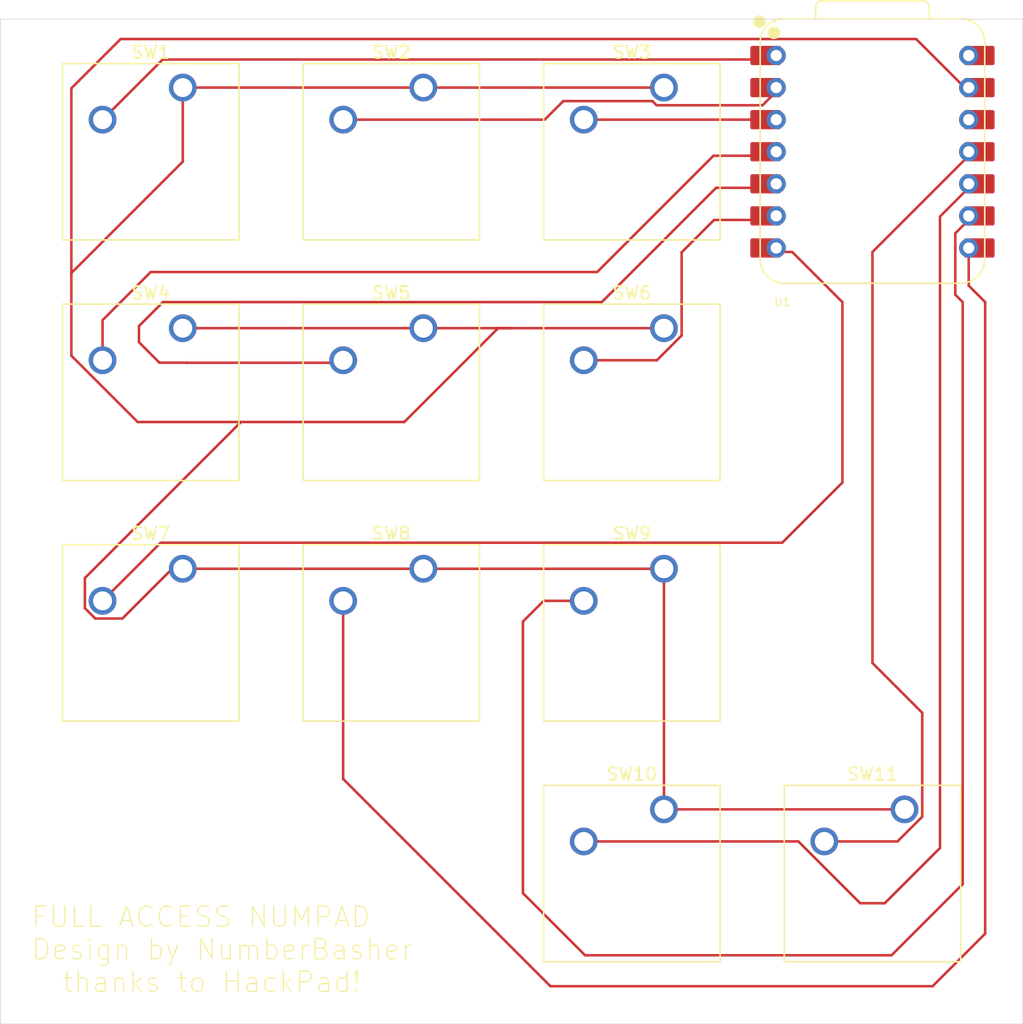
<source format=kicad_pcb>
(kicad_pcb (version 20241229) (generator "pcbnew") (generator_version "9.0")
  (layers (0 "F.Cu" signal) (2 "B.Cu" signal) (13 "F.Paste" user) (15 "B.Paste" user) (5 "F.SilkS" user "F.Silkscreen") (7 "B.SilkS" user "B.Silkscreen") (1 "F.Mask" user) (3 "B.Mask" user) (25 "Edge.Cuts" user))
  (net 0 "")
  (net 1 "Net-(U1-GPIO26{slash}ADC0{slash}A0)")
  (net 2 "GND")
  (net 3 "Net-(U1-GPIO27{slash}ADC1{slash}A1)")
  (net 4 "Net-(U1-GPIO28{slash}ADC2{slash}A2)")
  (net 5 "Net-(U1-GPIO29{slash}ADC3{slash}A3)")
  (net 6 "Net-(U1-GPIO6{slash}SDA)")
  (net 7 "Net-(U1-GPIO7{slash}SCL)")
  (net 8 "Net-(U1-GPIO0{slash}TX)")
  (net 9 "Net-(U1-GPIO1{slash}RX)")
  (net 10 "Net-(U1-GPIO2{slash}SCK)")
  (net 11 "Net-(U1-GPIO4{slash}MISO)")
  (net 12 "Net-(U1-GPIO3{slash}MOSI)")
  (net 13 "+3.3V")
  (net 14 "+5V")
  (footprint "Button_Switch_Keyboard:SW_Cherry_MX_1.00u_PCB" (layer "F.Cu") (at 188.2775 85.4075)
    (property "Reference" "SW11" (at -2.54 -2.794 0) (layer "F.SilkS"))
    (property "Value" "SW_Push")
    (fp_line (start -9.525 -1.905) (end 4.445 -1.905) (stroke (width 0.12)) (layer "F.SilkS"))
    (fp_line (start -9.525 12.065) (end -9.525 -1.905) (stroke (width 0.12)) (layer "F.SilkS"))
    (fp_line (start 4.445 -1.905) (end 4.445 12.065) (stroke (width 0.12)) (layer "F.SilkS"))
    (fp_line (start 4.445 12.065) (end -9.525 12.065) (stroke (width 0.12)) (layer "F.SilkS"))
    (pad "" np_thru_hole circle (at -7.62 5.08) (size 1.7 1.7) (drill 1.7) (layers "*.Cu" "*.Mask"))
    (pad "" np_thru_hole circle (at -2.54 5.08) (size 4 4) (drill 4) (layers "*.Cu" "*.Mask"))
    (pad "" np_thru_hole circle (at 2.54 5.08) (size 1.7 1.7) (drill 1.7) (layers "*.Cu" "*.Mask"))
    (pad "1" thru_hole circle (at 0 0) (size 2.2 2.2) (drill 1.5) (layers "*.Cu" "*.Mask") (net 2 "GND"))
    (pad "2" thru_hole circle (at -6.35 2.54) (size 2.2 2.2) (drill 1.5) (layers "*.Cu" "*.Mask") (net 12 "Net-(U1-GPIO3{slash}MOSI)"))
  )
  (footprint "OPL:XIAO-RP2040-DIP" (layer "F.Cu") (at 185.7375 33.3375)
    (property "Reference" "U1" (at -7.14375 11.90625 0) (layer "F.SilkS") (effects (font (size 0.635 0.635) (thickness 0.1016))))
    (property "Value" "XIAO-RP2040-DIP")
    (fp_line (start -8.89 8.509) (end -8.89 -8.636) (stroke (width 0.127)) (layer "F.SilkS"))
    (fp_line (start -6.985 10.414) (end 6.985 10.414) (stroke (width 0.127)) (layer "F.SilkS"))
    (fp_line (start -4.495 -10.541) (end -4.491272 -11.451272) (stroke (width 0.127)) (layer "F.SilkS"))
    (fp_line (start -3.991272 -11.951) (end 4.004 -11.951) (stroke (width 0.127)) (layer "F.SilkS"))
    (fp_line (start 4.504 -11.451) (end 4.504 -10.541) (stroke (width 0.127)) (layer "F.SilkS"))
    (fp_line (start 6.985 -10.541) (end -6.985 -10.541) (stroke (width 0.1)) (layer "F.SilkS"))
    (fp_line (start 6.985 -10.541) (end -6.985 -10.541) (stroke (width 0.127)) (layer "F.SilkS"))
    (fp_line (start 8.89 8.509) (end 8.89 -8.636) (stroke (width 0.127)) (layer "F.SilkS"))
    (fp_arc (start -8.89 -8.636) (mid -8.332038 -9.983038) (end -6.985 -10.541) (stroke (width 0.127)) (layer "F.SilkS"))
    (fp_arc (start -6.985 10.414) (mid -8.332038 9.856038) (end -8.89 8.509) (stroke (width 0.127)) (layer "F.SilkS"))
    (fp_arc (start -4.491272 -11.451272) (mid -4.344728 -11.80464) (end -3.991272 -11.951) (stroke (width 0.127)) (layer "F.SilkS"))
    (fp_arc (start 4.004 -11.951) (mid 4.357553 -11.804553) (end 4.504 -11.451) (stroke (width 0.127)) (layer "F.SilkS"))
    (fp_arc (start 6.985 -10.541) (mid 8.332038 -9.983038) (end 8.89 -8.636) (stroke (width 0.127)) (layer "F.SilkS"))
    (fp_arc (start 8.89 8.509) (mid 8.332038 9.856038) (end 6.985 10.414) (stroke (width 0.127)) (layer "F.SilkS"))
    (fp_circle (center -8.95 -10.3) (end -8.95 -10.554) (stroke (width 0.5)) (fill yes) (layer "F.SilkS"))
    (fp_circle (center -7.807 -9.42) (end -7.807 -9.674) (stroke (width 0.5)) (fill yes) (layer "F.SilkS"))
    (pad "1" smd roundrect (at -8.455 -7.62 180) (size 2.432 1.524) (layers "F.Cu" "F.Mask") (roundrect_rratio 0.1) (net 1 "Net-(U1-GPIO26{slash}ADC0{slash}A0)"))
    (pad "1" thru_hole circle (at -7.62 -7.62 180) (size 1.524 1.524) (drill 0.889) (layers "*.Cu" "*.Mask") (net 1 "Net-(U1-GPIO26{slash}ADC0{slash}A0)"))
    (pad "2" smd roundrect (at -8.455 -5.08 180) (size 2.432 1.524) (layers "F.Cu" "F.Mask") (roundrect_rratio 0.1) (net 3 "Net-(U1-GPIO27{slash}ADC1{slash}A1)"))
    (pad "2" thru_hole circle (at -7.62 -5.08 180) (size 1.524 1.524) (drill 0.889) (layers "*.Cu" "*.Mask") (net 3 "Net-(U1-GPIO27{slash}ADC1{slash}A1)"))
    (pad "3" smd roundrect (at -8.455 -2.54 180) (size 2.432 1.524) (layers "F.Cu" "F.Mask") (roundrect_rratio 0.1) (net 4 "Net-(U1-GPIO28{slash}ADC2{slash}A2)"))
    (pad "3" thru_hole circle (at -7.62 -2.54 180) (size 1.524 1.524) (drill 0.889) (layers "*.Cu" "*.Mask") (net 4 "Net-(U1-GPIO28{slash}ADC2{slash}A2)"))
    (pad "4" smd roundrect (at -8.455 0 180) (size 2.432 1.524) (layers "F.Cu" "F.Mask") (roundrect_rratio 0.1) (net 5 "Net-(U1-GPIO29{slash}ADC3{slash}A3)"))
    (pad "4" thru_hole circle (at -7.62 0 180) (size 1.524 1.524) (drill 0.889) (layers "*.Cu" "*.Mask") (net 5 "Net-(U1-GPIO29{slash}ADC3{slash}A3)"))
    (pad "5" smd roundrect (at -8.455 2.54 180) (size 2.432 1.524) (layers "F.Cu" "F.Mask") (roundrect_rratio 0.1) (net 6 "Net-(U1-GPIO6{slash}SDA)"))
    (pad "5" thru_hole circle (at -7.62 2.54 180) (size 1.524 1.524) (drill 0.889) (layers "*.Cu" "*.Mask") (net 6 "Net-(U1-GPIO6{slash}SDA)"))
    (pad "6" smd roundrect (at -8.455 5.08 180) (size 2.432 1.524) (layers "F.Cu" "F.Mask") (roundrect_rratio 0.1) (net 7 "Net-(U1-GPIO7{slash}SCL)"))
    (pad "6" thru_hole circle (at -7.62 5.08 180) (size 1.524 1.524) (drill 0.889) (layers "*.Cu" "*.Mask") (net 7 "Net-(U1-GPIO7{slash}SCL)"))
    (pad "7" smd roundrect (at -8.455 7.62 180) (size 2.432 1.524) (layers "F.Cu" "F.Mask") (roundrect_rratio 0.1) (net 8 "Net-(U1-GPIO0{slash}TX)"))
    (pad "7" thru_hole circle (at -7.62 7.62 180) (size 1.524 1.524) (drill 0.889) (layers "*.Cu" "*.Mask") (net 8 "Net-(U1-GPIO0{slash}TX)"))
    (pad "8" thru_hole circle (at 7.62 7.62) (size 1.524 1.524) (drill 0.889) (layers "*.Cu" "*.Mask") (net 9 "Net-(U1-GPIO1{slash}RX)"))
    (pad "8" smd roundrect (at 8.455 7.62) (size 2.432 1.524) (layers "F.Cu" "F.Mask") (roundrect_rratio 0.1) (net 9 "Net-(U1-GPIO1{slash}RX)"))
    (pad "9" thru_hole circle (at 7.62 5.08) (size 1.524 1.524) (drill 0.889) (layers "*.Cu" "*.Mask") (net 10 "Net-(U1-GPIO2{slash}SCK)"))
    (pad "9" smd roundrect (at 8.455 5.08) (size 2.432 1.524) (layers "F.Cu" "F.Mask") (roundrect_rratio 0.1) (net 10 "Net-(U1-GPIO2{slash}SCK)"))
    (pad "10" thru_hole circle (at 7.62 2.54) (size 1.524 1.524) (drill 0.889) (layers "*.Cu" "*.Mask") (net 11 "Net-(U1-GPIO4{slash}MISO)"))
    (pad "10" smd roundrect (at 8.455 2.54) (size 2.432 1.524) (layers "F.Cu" "F.Mask") (roundrect_rratio 0.1) (net 11 "Net-(U1-GPIO4{slash}MISO)"))
    (pad "11" thru_hole circle (at 7.62 0) (size 1.524 1.524) (drill 0.889) (layers "*.Cu" "*.Mask") (net 12 "Net-(U1-GPIO3{slash}MOSI)"))
    (pad "11" smd roundrect (at 8.455 0) (size 2.432 1.524) (layers "F.Cu" "F.Mask") (roundrect_rratio 0.1) (net 12 "Net-(U1-GPIO3{slash}MOSI)"))
    (pad "12" thru_hole circle (at 7.62 -2.54) (size 1.524 1.524) (drill 0.889) (layers "*.Cu" "*.Mask") (net 13 "+3.3V"))
    (pad "12" smd roundrect (at 8.455 -2.54) (size 2.432 1.524) (layers "F.Cu" "F.Mask") (roundrect_rratio 0.1) (net 13 "+3.3V"))
    (pad "13" thru_hole circle (at 7.62 -5.08) (size 1.524 1.524) (drill 0.889) (layers "*.Cu" "*.Mask") (net 2 "GND"))
    (pad "13" smd roundrect (at 8.455 -5.08) (size 2.432 1.524) (layers "F.Cu" "F.Mask") (roundrect_rratio 0.1) (net 2 "GND"))
    (pad "14" thru_hole circle (at 7.62 -7.62) (size 1.524 1.524) (drill 0.889) (layers "*.Cu" "*.Mask") (net 14 "+5V"))
    (pad "14" smd roundrect (at 8.455 -7.62) (size 2.432 1.524) (layers "F.Cu" "F.Mask") (roundrect_rratio 0.1) (net 14 "+5V"))
  )
  (footprint "Button_Switch_Keyboard:SW_Cherry_MX_1.00u_PCB" (layer "F.Cu") (at 169.2275 66.3575)
    (property "Reference" "SW9" (at -2.54 -2.794 0) (layer "F.SilkS"))
    (property "Value" "SW_Push")
    (fp_line (start -9.525 -1.905) (end 4.445 -1.905) (stroke (width 0.12)) (layer "F.SilkS"))
    (fp_line (start -9.525 12.065) (end -9.525 -1.905) (stroke (width 0.12)) (layer "F.SilkS"))
    (fp_line (start 4.445 -1.905) (end 4.445 12.065) (stroke (width 0.12)) (layer "F.SilkS"))
    (fp_line (start 4.445 12.065) (end -9.525 12.065) (stroke (width 0.12)) (layer "F.SilkS"))
    (pad "" np_thru_hole circle (at -7.62 5.08) (size 1.7 1.7) (drill 1.7) (layers "*.Cu" "*.Mask"))
    (pad "" np_thru_hole circle (at -2.54 5.08) (size 4 4) (drill 4) (layers "*.Cu" "*.Mask"))
    (pad "" np_thru_hole circle (at 2.54 5.08) (size 1.7 1.7) (drill 1.7) (layers "*.Cu" "*.Mask"))
    (pad "1" thru_hole circle (at 0 0) (size 2.2 2.2) (drill 1.5) (layers "*.Cu" "*.Mask") (net 2 "GND"))
    (pad "2" thru_hole circle (at -6.35 2.54) (size 2.2 2.2) (drill 1.5) (layers "*.Cu" "*.Mask") (net 10 "Net-(U1-GPIO2{slash}SCK)"))
  )
  (footprint "Button_Switch_Keyboard:SW_Cherry_MX_1.00u_PCB" (layer "F.Cu") (at 150.1775 47.3075)
    (property "Reference" "SW5" (at -2.54 -2.794 0) (layer "F.SilkS"))
    (property "Value" "SW_Push")
    (fp_line (start -9.525 -1.905) (end 4.445 -1.905) (stroke (width 0.12)) (layer "F.SilkS"))
    (fp_line (start -9.525 12.065) (end -9.525 -1.905) (stroke (width 0.12)) (layer "F.SilkS"))
    (fp_line (start 4.445 -1.905) (end 4.445 12.065) (stroke (width 0.12)) (layer "F.SilkS"))
    (fp_line (start 4.445 12.065) (end -9.525 12.065) (stroke (width 0.12)) (layer "F.SilkS"))
    (pad "" np_thru_hole circle (at -7.62 5.08) (size 1.7 1.7) (drill 1.7) (layers "*.Cu" "*.Mask"))
    (pad "" np_thru_hole circle (at -2.54 5.08) (size 4 4) (drill 4) (layers "*.Cu" "*.Mask"))
    (pad "" np_thru_hole circle (at 2.54 5.08) (size 1.7 1.7) (drill 1.7) (layers "*.Cu" "*.Mask"))
    (pad "1" thru_hole circle (at 0 0) (size 2.2 2.2) (drill 1.5) (layers "*.Cu" "*.Mask") (net 2 "GND"))
    (pad "2" thru_hole circle (at -6.35 2.54) (size 2.2 2.2) (drill 1.5) (layers "*.Cu" "*.Mask") (net 6 "Net-(U1-GPIO6{slash}SDA)"))
  )
  (footprint "Button_Switch_Keyboard:SW_Cherry_MX_1.00u_PCB" (layer "F.Cu") (at 131.1275 47.3075)
    (property "Reference" "SW4" (at -2.54 -2.794 0) (layer "F.SilkS"))
    (property "Value" "SW_Push")
    (fp_line (start -9.525 -1.905) (end 4.445 -1.905) (stroke (width 0.12)) (layer "F.SilkS"))
    (fp_line (start -9.525 12.065) (end -9.525 -1.905) (stroke (width 0.12)) (layer "F.SilkS"))
    (fp_line (start 4.445 -1.905) (end 4.445 12.065) (stroke (width 0.12)) (layer "F.SilkS"))
    (fp_line (start 4.445 12.065) (end -9.525 12.065) (stroke (width 0.12)) (layer "F.SilkS"))
    (pad "" np_thru_hole circle (at -7.62 5.08) (size 1.7 1.7) (drill 1.7) (layers "*.Cu" "*.Mask"))
    (pad "" np_thru_hole circle (at -2.54 5.08) (size 4 4) (drill 4) (layers "*.Cu" "*.Mask"))
    (pad "" np_thru_hole circle (at 2.54 5.08) (size 1.7 1.7) (drill 1.7) (layers "*.Cu" "*.Mask"))
    (pad "1" thru_hole circle (at 0 0) (size 2.2 2.2) (drill 1.5) (layers "*.Cu" "*.Mask") (net 2 "GND"))
    (pad "2" thru_hole circle (at -6.35 2.54) (size 2.2 2.2) (drill 1.5) (layers "*.Cu" "*.Mask") (net 5 "Net-(U1-GPIO29{slash}ADC3{slash}A3)"))
  )
  (footprint "Button_Switch_Keyboard:SW_Cherry_MX_1.00u_PCB" (layer "F.Cu") (at 131.1275 66.3575)
    (property "Reference" "SW7" (at -2.54 -2.794 0) (layer "F.SilkS"))
    (property "Value" "SW_Push")
    (fp_line (start -9.525 -1.905) (end 4.445 -1.905) (stroke (width 0.12)) (layer "F.SilkS"))
    (fp_line (start -9.525 12.065) (end -9.525 -1.905) (stroke (width 0.12)) (layer "F.SilkS"))
    (fp_line (start 4.445 -1.905) (end 4.445 12.065) (stroke (width 0.12)) (layer "F.SilkS"))
    (fp_line (start 4.445 12.065) (end -9.525 12.065) (stroke (width 0.12)) (layer "F.SilkS"))
    (pad "" np_thru_hole circle (at -7.62 5.08) (size 1.7 1.7) (drill 1.7) (layers "*.Cu" "*.Mask"))
    (pad "" np_thru_hole circle (at -2.54 5.08) (size 4 4) (drill 4) (layers "*.Cu" "*.Mask"))
    (pad "" np_thru_hole circle (at 2.54 5.08) (size 1.7 1.7) (drill 1.7) (layers "*.Cu" "*.Mask"))
    (pad "1" thru_hole circle (at 0 0) (size 2.2 2.2) (drill 1.5) (layers "*.Cu" "*.Mask") (net 2 "GND"))
    (pad "2" thru_hole circle (at -6.35 2.54) (size 2.2 2.2) (drill 1.5) (layers "*.Cu" "*.Mask") (net 8 "Net-(U1-GPIO0{slash}TX)"))
  )
  (footprint "Button_Switch_Keyboard:SW_Cherry_MX_1.00u_PCB" (layer "F.Cu") (at 150.1775 66.3575)
    (property "Reference" "SW8" (at -2.54 -2.794 0) (layer "F.SilkS"))
    (property "Value" "SW_Push")
    (fp_line (start -9.525 -1.905) (end 4.445 -1.905) (stroke (width 0.12)) (layer "F.SilkS"))
    (fp_line (start -9.525 12.065) (end -9.525 -1.905) (stroke (width 0.12)) (layer "F.SilkS"))
    (fp_line (start 4.445 -1.905) (end 4.445 12.065) (stroke (width 0.12)) (layer "F.SilkS"))
    (fp_line (start 4.445 12.065) (end -9.525 12.065) (stroke (width 0.12)) (layer "F.SilkS"))
    (pad "" np_thru_hole circle (at -7.62 5.08) (size 1.7 1.7) (drill 1.7) (layers "*.Cu" "*.Mask"))
    (pad "" np_thru_hole circle (at -2.54 5.08) (size 4 4) (drill 4) (layers "*.Cu" "*.Mask"))
    (pad "" np_thru_hole circle (at 2.54 5.08) (size 1.7 1.7) (drill 1.7) (layers "*.Cu" "*.Mask"))
    (pad "1" thru_hole circle (at 0 0) (size 2.2 2.2) (drill 1.5) (layers "*.Cu" "*.Mask") (net 2 "GND"))
    (pad "2" thru_hole circle (at -6.35 2.54) (size 2.2 2.2) (drill 1.5) (layers "*.Cu" "*.Mask") (net 9 "Net-(U1-GPIO1{slash}RX)"))
  )
  (footprint "Button_Switch_Keyboard:SW_Cherry_MX_1.00u_PCB" (layer "F.Cu") (at 169.2275 47.3075)
    (property "Reference" "SW6" (at -2.54 -2.794 0) (layer "F.SilkS"))
    (property "Value" "SW_Push")
    (fp_line (start -9.525 -1.905) (end 4.445 -1.905) (stroke (width 0.12)) (layer "F.SilkS"))
    (fp_line (start -9.525 12.065) (end -9.525 -1.905) (stroke (width 0.12)) (layer "F.SilkS"))
    (fp_line (start 4.445 -1.905) (end 4.445 12.065) (stroke (width 0.12)) (layer "F.SilkS"))
    (fp_line (start 4.445 12.065) (end -9.525 12.065) (stroke (width 0.12)) (layer "F.SilkS"))
    (pad "" np_thru_hole circle (at -7.62 5.08) (size 1.7 1.7) (drill 1.7) (layers "*.Cu" "*.Mask"))
    (pad "" np_thru_hole circle (at -2.54 5.08) (size 4 4) (drill 4) (layers "*.Cu" "*.Mask"))
    (pad "" np_thru_hole circle (at 2.54 5.08) (size 1.7 1.7) (drill 1.7) (layers "*.Cu" "*.Mask"))
    (pad "1" thru_hole circle (at 0 0) (size 2.2 2.2) (drill 1.5) (layers "*.Cu" "*.Mask") (net 2 "GND"))
    (pad "2" thru_hole circle (at -6.35 2.54) (size 2.2 2.2) (drill 1.5) (layers "*.Cu" "*.Mask") (net 7 "Net-(U1-GPIO7{slash}SCL)"))
  )
  (footprint "Button_Switch_Keyboard:SW_Cherry_MX_1.00u_PCB" (layer "F.Cu") (at 131.1275 28.2575)
    (property "Reference" "SW1" (at -2.54 -2.794 0) (layer "F.SilkS"))
    (property "Value" "SW_Push")
    (fp_line (start -9.525 -1.905) (end 4.445 -1.905) (stroke (width 0.12)) (layer "F.SilkS"))
    (fp_line (start -9.525 12.065) (end -9.525 -1.905) (stroke (width 0.12)) (layer "F.SilkS"))
    (fp_line (start 4.445 -1.905) (end 4.445 12.065) (stroke (width 0.12)) (layer "F.SilkS"))
    (fp_line (start 4.445 12.065) (end -9.525 12.065) (stroke (width 0.12)) (layer "F.SilkS"))
    (pad "" np_thru_hole circle (at -7.62 5.08) (size 1.7 1.7) (drill 1.7) (layers "*.Cu" "*.Mask"))
    (pad "" np_thru_hole circle (at -2.54 5.08) (size 4 4) (drill 4) (layers "*.Cu" "*.Mask"))
    (pad "" np_thru_hole circle (at 2.54 5.08) (size 1.7 1.7) (drill 1.7) (layers "*.Cu" "*.Mask"))
    (pad "1" thru_hole circle (at 0 0) (size 2.2 2.2) (drill 1.5) (layers "*.Cu" "*.Mask") (net 2 "GND"))
    (pad "2" thru_hole circle (at -6.35 2.54) (size 2.2 2.2) (drill 1.5) (layers "*.Cu" "*.Mask") (net 1 "Net-(U1-GPIO26{slash}ADC0{slash}A0)"))
  )
  (footprint "Button_Switch_Keyboard:SW_Cherry_MX_1.00u_PCB" (layer "F.Cu") (at 169.2275 85.4075)
    (property "Reference" "SW10" (at -2.54 -2.794 0) (layer "F.SilkS"))
    (property "Value" "SW_Push")
    (fp_line (start -9.525 -1.905) (end 4.445 -1.905) (stroke (width 0.12)) (layer "F.SilkS"))
    (fp_line (start -9.525 12.065) (end -9.525 -1.905) (stroke (width 0.12)) (layer "F.SilkS"))
    (fp_line (start 4.445 -1.905) (end 4.445 12.065) (stroke (width 0.12)) (layer "F.SilkS"))
    (fp_line (start 4.445 12.065) (end -9.525 12.065) (stroke (width 0.12)) (layer "F.SilkS"))
    (pad "" np_thru_hole circle (at -7.62 5.08) (size 1.7 1.7) (drill 1.7) (layers "*.Cu" "*.Mask"))
    (pad "" np_thru_hole circle (at -2.54 5.08) (size 4 4) (drill 4) (layers "*.Cu" "*.Mask"))
    (pad "" np_thru_hole circle (at 2.54 5.08) (size 1.7 1.7) (drill 1.7) (layers "*.Cu" "*.Mask"))
    (pad "1" thru_hole circle (at 0 0) (size 2.2 2.2) (drill 1.5) (layers "*.Cu" "*.Mask") (net 2 "GND"))
    (pad "2" thru_hole circle (at -6.35 2.54) (size 2.2 2.2) (drill 1.5) (layers "*.Cu" "*.Mask") (net 11 "Net-(U1-GPIO4{slash}MISO)"))
  )
  (footprint "Button_Switch_Keyboard:SW_Cherry_MX_1.00u_PCB" (layer "F.Cu") (at 150.1775 28.2575)
    (property "Reference" "SW2" (at -2.54 -2.794 0) (layer "F.SilkS"))
    (property "Value" "SW_Push")
    (fp_line (start -9.525 -1.905) (end 4.445 -1.905) (stroke (width 0.12)) (layer "F.SilkS"))
    (fp_line (start -9.525 12.065) (end -9.525 -1.905) (stroke (width 0.12)) (layer "F.SilkS"))
    (fp_line (start 4.445 -1.905) (end 4.445 12.065) (stroke (width 0.12)) (layer "F.SilkS"))
    (fp_line (start 4.445 12.065) (end -9.525 12.065) (stroke (width 0.12)) (layer "F.SilkS"))
    (pad "" np_thru_hole circle (at -7.62 5.08) (size 1.7 1.7) (drill 1.7) (layers "*.Cu" "*.Mask"))
    (pad "" np_thru_hole circle (at -2.54 5.08) (size 4 4) (drill 4) (layers "*.Cu" "*.Mask"))
    (pad "" np_thru_hole circle (at 2.54 5.08) (size 1.7 1.7) (drill 1.7) (layers "*.Cu" "*.Mask"))
    (pad "1" thru_hole circle (at 0 0) (size 2.2 2.2) (drill 1.5) (layers "*.Cu" "*.Mask") (net 2 "GND"))
    (pad "2" thru_hole circle (at -6.35 2.54) (size 2.2 2.2) (drill 1.5) (layers "*.Cu" "*.Mask") (net 3 "Net-(U1-GPIO27{slash}ADC1{slash}A1)"))
  )
  (footprint "Button_Switch_Keyboard:SW_Cherry_MX_1.00u_PCB" (layer "F.Cu") (at 169.2275 28.2575)
    (property "Reference" "SW3" (at -2.54 -2.794 0) (layer "F.SilkS"))
    (property "Value" "SW_Push")
    (fp_line (start -9.525 -1.905) (end 4.445 -1.905) (stroke (width 0.12)) (layer "F.SilkS"))
    (fp_line (start -9.525 12.065) (end -9.525 -1.905) (stroke (width 0.12)) (layer "F.SilkS"))
    (fp_line (start 4.445 -1.905) (end 4.445 12.065) (stroke (width 0.12)) (layer "F.SilkS"))
    (fp_line (start 4.445 12.065) (end -9.525 12.065) (stroke (width 0.12)) (layer "F.SilkS"))
    (pad "" np_thru_hole circle (at -7.62 5.08) (size 1.7 1.7) (drill 1.7) (layers "*.Cu" "*.Mask"))
    (pad "" np_thru_hole circle (at -2.54 5.08) (size 4 4) (drill 4) (layers "*.Cu" "*.Mask"))
    (pad "" np_thru_hole circle (at 2.54 5.08) (size 1.7 1.7) (drill 1.7) (layers "*.Cu" "*.Mask"))
    (pad "1" thru_hole circle (at 0 0) (size 2.2 2.2) (drill 1.5) (layers "*.Cu" "*.Mask") (net 2 "GND"))
    (pad "2" thru_hole circle (at -6.35 2.54) (size 2.2 2.2) (drill 1.5) (layers "*.Cu" "*.Mask") (net 4 "Net-(U1-GPIO28{slash}ADC2{slash}A2)"))
  )
  (gr_rect (start 116.68125 22.84125) (end 197.64375 102.39375) (stroke (width 0.05)) (fill no) (layer "Edge.Cuts"))
  (gr_text "FULL ACCESS NUMPAD\nDesign by NumberBasher\n  thanks to HackPad! " (at 119.0625 100.0125 0) (layer "F.SilkS") (effects (font (size 1.6 1.6) (thickness 0.1)) (justify left bottom)))
  (segment (start 129.54 26.035) (end 178.1175 26.035) (width 0.2) (layer "F.Cu") (net 1))
  (segment (start 124.7775 30.7975) (end 129.54 26.035) (width 0.2) (layer "F.Cu") (net 1))
  (segment (start 131.1275 47.3075) (end 157.1625 47.3075) (width 0.2) (layer "F.Cu") (net 2))
  (segment (start 122.3065 42.943316) (end 122.3065 28.31325) (width 0.2) (layer "F.Cu") (net 2))
  (segment (start 127.55697 54.7385) (end 135.73125 54.7385) (width 0.2) (layer "F.Cu") (net 2))
  (segment (start 124.197186 70.2985) (end 123.3765 69.477814) (width 0.2) (layer "F.Cu") (net 2))
  (segment (start 126.34497 70.2985) (end 124.197186 70.2985) (width 0.2) (layer "F.Cu") (net 2))
  (segment (start 123.3765 69.477814) (end 123.3765 67.09325) (width 0.2) (layer "F.Cu") (net 2))
  (segment (start 122.3065 49.48803) (end 127.55697 54.7385) (width 0.2) (layer "F.Cu") (net 2))
  (segment (start 148.66803 54.7385) (end 156.09903 47.3075) (width 0.2) (layer "F.Cu") (net 2))
  (segment (start 135.73125 54.7385) (end 148.66803 54.7385) (width 0.2) (layer "F.Cu") (net 2))
  (segment (start 188.2775 85.4075) (end 169.2275 85.4075) (width 0.2) (layer "F.Cu") (net 2))
  (segment (start 123.3765 67.09325) (end 135.73125 54.7385) (width 0.2) (layer "F.Cu") (net 2))
  (segment (start 130.28597 66.3575) (end 126.34497 70.2985) (width 0.2) (layer "F.Cu") (net 2))
  (segment (start 122.3065 28.31325) (end 126.20625 24.4135) (width 0.2) (layer "F.Cu") (net 2))
  (segment (start 169.2275 66.3575) (end 169.2275 85.4075) (width 0.2) (layer "F.Cu") (net 2))
  (segment (start 131.1275 28.2575) (end 131.1275 34.122316) (width 0.2) (layer "F.Cu") (net 2))
  (segment (start 157.1625 47.3075) (end 169.2275 47.3075) (width 0.2) (layer "F.Cu") (net 2))
  (segment (start 122.3065 42.943316) (end 122.3065 49.48803) (width 0.2) (layer "F.Cu") (net 2))
  (segment (start 169.2275 66.3575) (end 131.1275 66.3575) (width 0.2) (layer "F.Cu") (net 2))
  (segment (start 189.196 24.4135) (end 193.3575 28.575) (width 0.2) (layer "F.Cu") (net 2))
  (segment (start 156.09903 47.3075) (end 157.1625 47.3075) (width 0.2) (layer "F.Cu") (net 2))
  (segment (start 131.1275 66.3575) (end 130.28597 66.3575) (width 0.2) (layer "F.Cu") (net 2))
  (segment (start 131.1275 34.122316) (end 122.3065 42.943316) (width 0.2) (layer "F.Cu") (net 2))
  (segment (start 126.20625 24.4135) (end 189.196 24.4135) (width 0.2) (layer "F.Cu") (net 2))
  (segment (start 169.2275 28.2575) (end 131.1275 28.2575) (width 0.2) (layer "F.Cu") (net 2))
  (segment (start 143.8275 30.7975) (end 159.786 30.7975) (width 0.2) (layer "F.Cu") (net 3))
  (segment (start 168.647186 29.6585) (end 177.034 29.6585) (width 0.2) (layer "F.Cu") (net 3))
  (segment (start 159.786 30.7975) (end 161.255968 29.327532) (width 0.2) (layer "F.Cu") (net 3))
  (segment (start 168.316218 29.327532) (end 168.647186 29.6585) (width 0.2) (layer "F.Cu") (net 3))
  (segment (start 161.255968 29.327532) (end 168.316218 29.327532) (width 0.2) (layer "F.Cu") (net 3))
  (segment (start 177.034 29.6585) (end 178.1175 28.575) (width 0.2) (layer "F.Cu") (net 3))
  (segment (start 177.8 30.7975) (end 178.1175 31.115) (width 0.2) (layer "F.Cu") (net 4))
  (segment (start 162.8775 30.7975) (end 177.8 30.7975) (width 0.2) (layer "F.Cu") (net 4))
  (segment (start 124.7775 49.8475) (end 124.7775 46.6725) (width 0.2) (layer "F.Cu") (net 5))
  (segment (start 128.5875 42.8625) (end 163.94097 42.8625) (width 0.2) (layer "F.Cu") (net 5))
  (segment (start 124.7775 46.6725) (end 128.5875 42.8625) (width 0.2) (layer "F.Cu") (net 5))
  (segment (start 163.94097 42.8625) (end 173.14847 33.655) (width 0.2) (layer "F.Cu") (net 5))
  (segment (start 173.14847 33.655) (end 177.2825 33.655) (width 0.2) (layer "F.Cu") (net 5))
  (segment (start 143.8275 49.8475) (end 143.630762 50.044238) (width 0.2) (layer "F.Cu") (net 6))
  (segment (start 131.45 50.04) (end 129.28 50.04) (width 0.2) (layer "F.Cu") (net 6))
  (segment (start 129.28 50.04) (end 127.66 48.42) (width 0.2) (layer "F.Cu") (net 6))
  (segment (start 127.66 47.14) (end 129.55625 45.24375) (width 0.2) (layer "F.Cu") (net 6))
  (segment (start 164.30625 45.24375) (end 173.355 36.195) (width 0.2) (layer "F.Cu") (net 6))
  (segment (start 129.55625 45.24375) (end 164.30625 45.24375) (width 0.2) (layer "F.Cu") (net 6))
  (segment (start 143.630762 50.044238) (end 131.445762 50.044238) (width 0.2) (layer "F.Cu") (net 6))
  (segment (start 173.355 36.195) (end 178.1175 36.195) (width 0.2) (layer "F.Cu") (net 6))
  (segment (start 131.445762 50.044238) (end 131.45 50.04) (width 0.2) (layer "F.Cu") (net 6))
  (segment (start 127.66 48.42) (end 127.66 47.14) (width 0.2) (layer "F.Cu") (net 6))
  (segment (start 162.8775 49.8475) (end 168.668814 49.8475) (width 0.2) (layer "F.Cu") (net 7))
  (segment (start 168.668814 49.8475) (end 170.6285 47.887814) (width 0.2) (layer "F.Cu") (net 7))
  (segment (start 170.6285 41.30275) (end 173.19625 38.735) (width 0.2) (layer "F.Cu") (net 7))
  (segment (start 170.6285 47.887814) (end 170.6285 41.30275) (width 0.2) (layer "F.Cu") (net 7))
  (segment (start 173.19625 38.735) (end 178.1175 38.735) (width 0.2) (layer "F.Cu") (net 7))
  (segment (start 179.3875 41.275) (end 178.1175 41.275) (width 0.2) (layer "F.Cu") (net 8))
  (segment (start 129.38125 64.29375) (end 178.59375 64.29375) (width 0.2) (layer "F.Cu") (net 8))
  (segment (start 178.59375 64.29375) (end 183.35625 59.53125) (width 0.2) (layer "F.Cu") (net 8))
  (segment (start 124.7775 68.8975) (end 129.38125 64.29375) (width 0.2) (layer "F.Cu") (net 8))
  (segment (start 183.35625 45.24375) (end 179.3875 41.275) (width 0.2) (layer "F.Cu") (net 8))
  (segment (start 183.35625 59.53125) (end 183.35625 45.24375) (width 0.2) (layer "F.Cu") (net 8))
  (segment (start 190.5 99.4115) (end 194.6615 95.25) (width 0.2) (layer "F.Cu") (net 9))
  (segment (start 193.3575 43.93975) (end 193.3575 41.275) (width 0.2) (layer "F.Cu") (net 9))
  (segment (start 160.2415 99.4115) (end 190.5 99.4115) (width 0.2) (layer "F.Cu") (net 9))
  (segment (start 194.6615 45.24375) (end 193.3575 43.93975) (width 0.2) (layer "F.Cu") (net 9))
  (segment (start 143.8275 68.8975) (end 143.8275 82.9975) (width 0.2) (layer "F.Cu") (net 9))
  (segment (start 143.8275 82.9975) (end 160.2415 99.4115) (width 0.2) (layer "F.Cu") (net 9))
  (segment (start 194.6615 95.25) (end 194.6615 45.24375) (width 0.2) (layer "F.Cu") (net 9))
  (segment (start 187.25 96.96) (end 192.88125 91.32875) (width 0.2) (layer "F.Cu") (net 10))
  (segment (start 162.8775 68.8975) (end 159.7575 68.8975) (width 0.2) (layer "F.Cu") (net 10))
  (segment (start 192.88125 45.24375) (end 192.2945 44.657) (width 0.2) (layer "F.Cu") (net 10))
  (segment (start 192.2945 39.798) (end 193.3575 38.735) (width 0.2) (layer "F.Cu") (net 10))
  (segment (start 159.73 68.87) (end 158.06 70.54) (width 0.2) (layer "F.Cu") (net 10))
  (segment (start 192.88125 91.32875) (end 192.88125 45.24375) (width 0.2) (layer "F.Cu") (net 10))
  (segment (start 192.2945 44.657) (end 192.2945 39.798) (width 0.2) (layer "F.Cu") (net 10))
  (segment (start 159.7575 68.8975) (end 159.73 68.87) (width 0.2) (layer "F.Cu") (net 10))
  (segment (start 158.06 70.54) (end 158.06 92.04) (width 0.2) (layer "F.Cu") (net 10))
  (segment (start 158.06 92.04) (end 162.98 96.96) (width 0.2) (layer "F.Cu") (net 10))
  (segment (start 162.98 96.96) (end 187.25 96.96) (width 0.2) (layer "F.Cu") (net 10))
  (segment (start 184.763684 92.8385) (end 186.711316 92.8385) (width 0.2) (layer "F.Cu") (net 11))
  (segment (start 191.084301 88.465515) (end 191.084301 38.468199) (width 0.2) (layer "F.Cu") (net 11))
  (segment (start 179.872684 87.9475) (end 184.763684 92.8385) (width 0.2) (layer "F.Cu") (net 11))
  (segment (start 191.084301 38.468199) (end 193.3575 36.195) (width 0.2) (layer "F.Cu") (net 11))
  (segment (start 186.711316 92.8385) (end 191.084301 88.465515) (width 0.2) (layer "F.Cu") (net 11))
  (segment (start 162.8775 87.9475) (end 179.872684 87.9475) (width 0.2) (layer "F.Cu") (net 11))
  (segment (start 189.6785 77.75975) (end 185.7375 73.81875) (width 0.2) (layer "F.Cu") (net 12))
  (segment (start 185.7375 73.81875) (end 185.7375 41.275) (width 0.2) (layer "F.Cu") (net 12))
  (segment (start 185.7375 41.275) (end 193.3575 33.655) (width 0.2) (layer "F.Cu") (net 12))
  (segment (start 187.718814 87.9475) (end 189.6785 85.987814) (width 0.2) (layer "F.Cu") (net 12))
  (segment (start 189.6785 85.987814) (end 189.6785 77.75975) (width 0.2) (layer "F.Cu") (net 12))
  (segment (start 181.9275 87.9475) (end 187.718814 87.9475) (width 0.2) (layer "F.Cu") (net 12))
)
</source>
